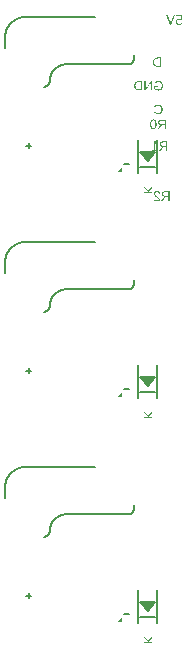
<source format=gbo>
G04 EAGLE Gerber RS-274X export*
G75*
%MOMM*%
%FSLAX34Y34*%
%LPD*%
%INSilkscreen Bottom*%
%IPPOS*%
%AMOC8*
5,1,8,0,0,1.08239X$1,22.5*%
G01*
G04 Define Apertures*
%ADD10C,0.127000*%
G36*
X86403Y251424D02*
X86083Y251435D01*
X85781Y251469D01*
X85497Y251525D01*
X85231Y251603D01*
X84982Y251704D01*
X84752Y251827D01*
X84540Y251973D01*
X84345Y252141D01*
X84171Y252328D01*
X84021Y252532D01*
X83893Y252753D01*
X83789Y252991D01*
X83708Y253245D01*
X83650Y253515D01*
X83615Y253803D01*
X83603Y254106D01*
X83614Y254374D01*
X83646Y254629D01*
X83701Y254871D01*
X83776Y255100D01*
X83873Y255317D01*
X83992Y255520D01*
X84133Y255710D01*
X84295Y255887D01*
X84475Y256047D01*
X84670Y256186D01*
X84880Y256304D01*
X85105Y256400D01*
X85344Y256474D01*
X85598Y256528D01*
X85867Y256560D01*
X86151Y256570D01*
X86390Y256563D01*
X86618Y256539D01*
X86837Y256500D01*
X87046Y256444D01*
X87245Y256374D01*
X87433Y256287D01*
X87612Y256185D01*
X87781Y256066D01*
X87630Y258570D01*
X84062Y258570D01*
X84062Y259426D01*
X88548Y259426D01*
X88811Y255182D01*
X87826Y255182D01*
X87649Y255324D01*
X87473Y255445D01*
X87296Y255543D01*
X87120Y255618D01*
X86940Y255675D01*
X86753Y255715D01*
X86559Y255739D01*
X86358Y255747D01*
X86167Y255740D01*
X85987Y255718D01*
X85816Y255683D01*
X85655Y255632D01*
X85504Y255568D01*
X85364Y255489D01*
X85233Y255396D01*
X85112Y255288D01*
X85004Y255169D01*
X84910Y255041D01*
X84831Y254903D01*
X84766Y254757D01*
X84715Y254602D01*
X84679Y254439D01*
X84658Y254266D01*
X84650Y254084D01*
X84658Y253876D01*
X84679Y253679D01*
X84715Y253493D01*
X84765Y253319D01*
X84830Y253156D01*
X84909Y253005D01*
X85002Y252865D01*
X85110Y252737D01*
X85230Y252622D01*
X85361Y252523D01*
X85504Y252439D01*
X85657Y252370D01*
X85821Y252316D01*
X85997Y252278D01*
X86183Y252255D01*
X86381Y252247D01*
X86696Y252265D01*
X86979Y252320D01*
X87231Y252412D01*
X87452Y252540D01*
X87641Y252704D01*
X87799Y252906D01*
X87926Y253143D01*
X88022Y253418D01*
X89041Y253300D01*
X88988Y253079D01*
X88920Y252871D01*
X88836Y252676D01*
X88737Y252495D01*
X88622Y252327D01*
X88492Y252173D01*
X88346Y252033D01*
X88184Y251906D01*
X88008Y251793D01*
X87819Y251695D01*
X87616Y251612D01*
X87400Y251544D01*
X87171Y251492D01*
X86928Y251454D01*
X86672Y251432D01*
X86403Y251424D01*
G37*
G36*
X79855Y251536D02*
X78746Y251536D01*
X75526Y259426D01*
X76651Y259426D01*
X78824Y253871D01*
X79295Y252477D01*
X79765Y253871D01*
X81949Y259426D01*
X83075Y259426D01*
X79855Y251536D01*
G37*
G36*
X71059Y215936D02*
X68108Y215936D01*
X67827Y215944D01*
X67554Y215966D01*
X67289Y216005D01*
X67033Y216058D01*
X66785Y216126D01*
X66546Y216210D01*
X66315Y216309D01*
X66092Y216423D01*
X65880Y216552D01*
X65680Y216694D01*
X65493Y216849D01*
X65318Y217017D01*
X65155Y217200D01*
X65005Y217395D01*
X64868Y217604D01*
X64742Y217826D01*
X64631Y218060D01*
X64534Y218303D01*
X64452Y218556D01*
X64385Y218818D01*
X64333Y219090D01*
X64296Y219371D01*
X64274Y219662D01*
X64266Y219962D01*
X64283Y220413D01*
X64335Y220836D01*
X64420Y221233D01*
X64539Y221604D01*
X64692Y221948D01*
X64879Y222266D01*
X65100Y222557D01*
X65356Y222821D01*
X65642Y223057D01*
X65957Y223261D01*
X66301Y223434D01*
X66674Y223575D01*
X67075Y223685D01*
X67504Y223764D01*
X67963Y223811D01*
X68450Y223826D01*
X71059Y223826D01*
X71059Y215936D01*
G37*
%LPC*%
G36*
X69990Y216793D02*
X69990Y222970D01*
X68472Y222970D01*
X68102Y222958D01*
X67755Y222921D01*
X67431Y222861D01*
X67129Y222777D01*
X66849Y222669D01*
X66592Y222536D01*
X66357Y222380D01*
X66145Y222200D01*
X65957Y221996D01*
X65794Y221771D01*
X65656Y221524D01*
X65543Y221255D01*
X65455Y220965D01*
X65392Y220652D01*
X65354Y220318D01*
X65342Y219962D01*
X65364Y219491D01*
X65430Y219052D01*
X65540Y218646D01*
X65694Y218271D01*
X65890Y217934D01*
X66124Y217638D01*
X66395Y217385D01*
X66705Y217174D01*
X67047Y217007D01*
X67416Y216888D01*
X67810Y216817D01*
X68231Y216793D01*
X69990Y216793D01*
G37*
%LPD*%
G36*
X55172Y195936D02*
X52221Y195936D01*
X51939Y195944D01*
X51666Y195966D01*
X51402Y196005D01*
X51145Y196058D01*
X50898Y196126D01*
X50658Y196210D01*
X50427Y196309D01*
X50205Y196423D01*
X49992Y196552D01*
X49793Y196694D01*
X49605Y196849D01*
X49430Y197017D01*
X49268Y197200D01*
X49118Y197395D01*
X48980Y197604D01*
X48855Y197826D01*
X48743Y198060D01*
X48647Y198303D01*
X48565Y198556D01*
X48498Y198818D01*
X48446Y199090D01*
X48409Y199371D01*
X48386Y199662D01*
X48379Y199962D01*
X48396Y200413D01*
X48447Y200836D01*
X48532Y201233D01*
X48651Y201604D01*
X48804Y201948D01*
X48992Y202266D01*
X49213Y202557D01*
X49468Y202821D01*
X49755Y203057D01*
X50070Y203261D01*
X50414Y203434D01*
X50786Y203575D01*
X51187Y203685D01*
X51617Y203764D01*
X52075Y203811D01*
X52562Y203826D01*
X55172Y203826D01*
X55172Y195936D01*
G37*
%LPC*%
G36*
X54102Y196793D02*
X54102Y202970D01*
X52585Y202970D01*
X52215Y202958D01*
X51868Y202921D01*
X51543Y202861D01*
X51241Y202777D01*
X50962Y202669D01*
X50705Y202536D01*
X50470Y202380D01*
X50258Y202200D01*
X50069Y201996D01*
X49906Y201771D01*
X49768Y201524D01*
X49655Y201255D01*
X49567Y200965D01*
X49504Y200652D01*
X49467Y200318D01*
X49454Y199962D01*
X49476Y199491D01*
X49542Y199052D01*
X49653Y198646D01*
X49807Y198271D01*
X50002Y197934D01*
X50236Y197638D01*
X50508Y197385D01*
X50818Y197174D01*
X51160Y197007D01*
X51528Y196888D01*
X51923Y196817D01*
X52344Y196793D01*
X54102Y196793D01*
G37*
%LPD*%
G36*
X58335Y195936D02*
X57047Y195936D01*
X57047Y203826D01*
X58010Y203826D01*
X58010Y198652D01*
X57993Y198008D01*
X57943Y197062D01*
X62210Y203826D01*
X63453Y203826D01*
X63453Y195936D01*
X62501Y195936D01*
X62501Y201178D01*
X62529Y202113D01*
X62557Y202656D01*
X58335Y195936D01*
G37*
G36*
X68747Y195824D02*
X68225Y195846D01*
X67722Y195912D01*
X67238Y196021D01*
X66773Y196174D01*
X66336Y196367D01*
X65934Y196596D01*
X65567Y196861D01*
X65236Y197162D01*
X65236Y199884D01*
X68579Y199884D01*
X68579Y198988D01*
X66222Y198988D01*
X66222Y197566D01*
X66445Y197374D01*
X66700Y197204D01*
X66987Y197055D01*
X67305Y196927D01*
X67646Y196824D01*
X68000Y196751D01*
X68367Y196707D01*
X68747Y196692D01*
X69077Y196706D01*
X69388Y196746D01*
X69681Y196814D01*
X69955Y196908D01*
X70212Y197030D01*
X70449Y197179D01*
X70669Y197354D01*
X70870Y197557D01*
X71049Y197783D01*
X71205Y198029D01*
X71337Y198295D01*
X71445Y198580D01*
X71529Y198885D01*
X71589Y199209D01*
X71625Y199554D01*
X71637Y199918D01*
X71626Y200282D01*
X71592Y200626D01*
X71535Y200948D01*
X71456Y201250D01*
X71355Y201530D01*
X71230Y201789D01*
X71084Y202027D01*
X70914Y202244D01*
X70724Y202438D01*
X70513Y202606D01*
X70282Y202748D01*
X70031Y202864D01*
X69760Y202954D01*
X69469Y203019D01*
X69157Y203057D01*
X68826Y203070D01*
X68404Y203051D01*
X68019Y202993D01*
X67669Y202897D01*
X67356Y202762D01*
X67076Y202586D01*
X66829Y202363D01*
X66613Y202096D01*
X66429Y201782D01*
X65410Y202085D01*
X65526Y202320D01*
X65654Y202539D01*
X65794Y202741D01*
X65946Y202926D01*
X66109Y203095D01*
X66284Y203247D01*
X66471Y203383D01*
X66670Y203502D01*
X66882Y203605D01*
X67109Y203695D01*
X67352Y203771D01*
X67610Y203833D01*
X67884Y203882D01*
X68173Y203916D01*
X68478Y203937D01*
X68798Y203944D01*
X69251Y203928D01*
X69678Y203878D01*
X70079Y203796D01*
X70454Y203681D01*
X70803Y203533D01*
X71125Y203352D01*
X71422Y203138D01*
X71693Y202891D01*
X71934Y202614D01*
X72144Y202311D01*
X72321Y201980D01*
X72466Y201621D01*
X72578Y201236D01*
X72659Y200824D01*
X72707Y200384D01*
X72723Y199918D01*
X72716Y199609D01*
X72694Y199311D01*
X72657Y199023D01*
X72605Y198745D01*
X72538Y198478D01*
X72457Y198220D01*
X72361Y197973D01*
X72250Y197736D01*
X72125Y197511D01*
X71987Y197300D01*
X71836Y197102D01*
X71671Y196918D01*
X71493Y196747D01*
X71302Y196590D01*
X71098Y196447D01*
X70881Y196317D01*
X70652Y196201D01*
X70411Y196101D01*
X70161Y196016D01*
X69899Y195947D01*
X69627Y195893D01*
X69345Y195855D01*
X69051Y195832D01*
X68747Y195824D01*
G37*
G36*
X68670Y175824D02*
X68384Y175832D01*
X68106Y175857D01*
X67837Y175899D01*
X67576Y175957D01*
X67325Y176032D01*
X67082Y176123D01*
X66849Y176231D01*
X66624Y176356D01*
X66409Y176497D01*
X66207Y176652D01*
X66018Y176824D01*
X65840Y177010D01*
X65675Y177211D01*
X65523Y177428D01*
X65382Y177660D01*
X65254Y177907D01*
X66128Y178344D01*
X66350Y177959D01*
X66597Y177626D01*
X66870Y177344D01*
X67168Y177113D01*
X67493Y176934D01*
X67843Y176806D01*
X68027Y176761D01*
X68219Y176729D01*
X68416Y176710D01*
X68620Y176703D01*
X68935Y176717D01*
X69233Y176758D01*
X69515Y176827D01*
X69780Y176924D01*
X70028Y177048D01*
X70260Y177199D01*
X70474Y177378D01*
X70672Y177585D01*
X70850Y177815D01*
X71004Y178062D01*
X71135Y178327D01*
X71242Y178609D01*
X71325Y178910D01*
X71384Y179228D01*
X71419Y179564D01*
X71431Y179918D01*
X71420Y180275D01*
X71386Y180612D01*
X71329Y180930D01*
X71249Y181229D01*
X71147Y181508D01*
X71022Y181767D01*
X70874Y182007D01*
X70703Y182228D01*
X70512Y182425D01*
X70303Y182596D01*
X70075Y182741D01*
X69830Y182860D01*
X69566Y182952D01*
X69284Y183018D01*
X68983Y183057D01*
X68665Y183070D01*
X68262Y183048D01*
X67887Y182979D01*
X67541Y182866D01*
X67223Y182706D01*
X66940Y182504D01*
X66699Y182261D01*
X66499Y181978D01*
X66341Y181654D01*
X65327Y181990D01*
X65434Y182224D01*
X65554Y182444D01*
X65688Y182649D01*
X65837Y182839D01*
X65999Y183015D01*
X66176Y183175D01*
X66366Y183321D01*
X66570Y183451D01*
X66788Y183567D01*
X67019Y183667D01*
X67263Y183751D01*
X67520Y183821D01*
X67789Y183875D01*
X68072Y183913D01*
X68368Y183936D01*
X68676Y183944D01*
X69115Y183927D01*
X69529Y183877D01*
X69918Y183794D01*
X70283Y183677D01*
X70624Y183526D01*
X70940Y183342D01*
X71231Y183125D01*
X71498Y182874D01*
X71737Y182594D01*
X71944Y182288D01*
X72120Y181957D01*
X72263Y181600D01*
X72374Y181218D01*
X72454Y180810D01*
X72502Y180377D01*
X72518Y179918D01*
X72511Y179608D01*
X72489Y179309D01*
X72453Y179020D01*
X72404Y178742D01*
X72339Y178475D01*
X72261Y178218D01*
X72168Y177972D01*
X72061Y177736D01*
X71941Y177513D01*
X71807Y177302D01*
X71661Y177105D01*
X71501Y176922D01*
X71329Y176751D01*
X71144Y176594D01*
X70945Y176450D01*
X70734Y176320D01*
X70511Y176203D01*
X70279Y176103D01*
X70036Y176018D01*
X69783Y175948D01*
X69520Y175894D01*
X69247Y175855D01*
X68964Y175832D01*
X68670Y175824D01*
G37*
G36*
X64644Y163224D02*
X64314Y163240D01*
X64005Y163289D01*
X63716Y163370D01*
X63449Y163484D01*
X63202Y163631D01*
X62976Y163810D01*
X62770Y164021D01*
X62586Y164266D01*
X62422Y164541D01*
X62281Y164845D01*
X62161Y165178D01*
X62063Y165541D01*
X61986Y165933D01*
X61932Y166354D01*
X61899Y166804D01*
X61888Y167284D01*
X61899Y167771D01*
X61930Y168228D01*
X61982Y168653D01*
X62054Y169048D01*
X62148Y169412D01*
X62262Y169745D01*
X62396Y170048D01*
X62552Y170319D01*
X62729Y170559D01*
X62929Y170768D01*
X63152Y170944D01*
X63398Y171088D01*
X63667Y171200D01*
X63958Y171280D01*
X64273Y171328D01*
X64610Y171344D01*
X64956Y171328D01*
X65279Y171281D01*
X65577Y171201D01*
X65851Y171091D01*
X66101Y170948D01*
X66327Y170774D01*
X66529Y170568D01*
X66707Y170330D01*
X66863Y170061D01*
X66998Y169760D01*
X67112Y169427D01*
X67205Y169062D01*
X67277Y168665D01*
X67329Y168237D01*
X67360Y167776D01*
X67371Y167284D01*
X67360Y166802D01*
X67328Y166349D01*
X67275Y165927D01*
X67200Y165534D01*
X67104Y165171D01*
X66986Y164837D01*
X66848Y164534D01*
X66688Y164260D01*
X66506Y164017D01*
X66304Y163807D01*
X66080Y163629D01*
X65835Y163483D01*
X65569Y163370D01*
X65282Y163289D01*
X64973Y163240D01*
X64644Y163224D01*
G37*
%LPC*%
G36*
X64632Y164047D02*
X64849Y164059D01*
X65050Y164096D01*
X65236Y164157D01*
X65407Y164242D01*
X65563Y164351D01*
X65704Y164485D01*
X65830Y164643D01*
X65940Y164826D01*
X66036Y165034D01*
X66120Y165271D01*
X66191Y165536D01*
X66249Y165829D01*
X66294Y166151D01*
X66326Y166500D01*
X66345Y166878D01*
X66352Y167284D01*
X66345Y167701D01*
X66326Y168088D01*
X66294Y168445D01*
X66250Y168771D01*
X66193Y169066D01*
X66123Y169331D01*
X66041Y169566D01*
X65946Y169770D01*
X65836Y169948D01*
X65710Y170101D01*
X65567Y170231D01*
X65409Y170337D01*
X65234Y170420D01*
X65042Y170479D01*
X64834Y170515D01*
X64610Y170526D01*
X64391Y170514D01*
X64188Y170478D01*
X64002Y170418D01*
X63831Y170335D01*
X63676Y170227D01*
X63537Y170095D01*
X63415Y169939D01*
X63308Y169759D01*
X63215Y169553D01*
X63135Y169317D01*
X63067Y169051D01*
X63012Y168757D01*
X62969Y168433D01*
X62938Y168079D01*
X62919Y167696D01*
X62913Y167284D01*
X62920Y166886D01*
X62939Y166514D01*
X62971Y166169D01*
X63017Y165850D01*
X63075Y165558D01*
X63146Y165293D01*
X63230Y165054D01*
X63328Y164842D01*
X63439Y164656D01*
X63565Y164494D01*
X63705Y164358D01*
X63861Y164246D01*
X64032Y164159D01*
X64217Y164097D01*
X64417Y164060D01*
X64632Y164047D01*
G37*
%LPD*%
G36*
X69582Y163336D02*
X68350Y163336D01*
X69636Y165288D01*
X70590Y166735D01*
X70370Y166781D01*
X70163Y166841D01*
X69968Y166915D01*
X69785Y167003D01*
X69686Y167062D01*
X69615Y167104D01*
X69456Y167219D01*
X69310Y167348D01*
X69176Y167491D01*
X69056Y167645D01*
X68951Y167808D01*
X68863Y167980D01*
X68791Y168160D01*
X68735Y168350D01*
X68695Y168547D01*
X68671Y168754D01*
X68663Y168970D01*
X68675Y169228D01*
X68709Y169472D01*
X68765Y169702D01*
X68845Y169917D01*
X68947Y170117D01*
X69071Y170303D01*
X69218Y170474D01*
X69388Y170630D01*
X69579Y170770D01*
X69789Y170891D01*
X70018Y170993D01*
X70266Y171077D01*
X70532Y171142D01*
X70818Y171189D01*
X71123Y171217D01*
X71446Y171226D01*
X75159Y171226D01*
X75159Y163336D01*
X74090Y163336D01*
X74090Y166612D01*
X71631Y166612D01*
X69582Y163336D01*
G37*
%LPC*%
G36*
X74090Y167458D02*
X74090Y170370D01*
X71553Y170370D01*
X71139Y170347D01*
X70777Y170279D01*
X70466Y170166D01*
X70329Y170093D01*
X70206Y170008D01*
X70096Y169913D01*
X70001Y169807D01*
X69921Y169691D01*
X69855Y169565D01*
X69804Y169429D01*
X69768Y169282D01*
X69746Y169125D01*
X69738Y168958D01*
X69746Y168786D01*
X69767Y168623D01*
X69803Y168469D01*
X69854Y168326D01*
X69919Y168193D01*
X69998Y168070D01*
X70092Y167956D01*
X70200Y167852D01*
X70322Y167760D01*
X70455Y167680D01*
X70601Y167612D01*
X70758Y167556D01*
X70928Y167513D01*
X71109Y167482D01*
X71303Y167464D01*
X71508Y167458D01*
X74090Y167458D01*
G37*
%LPD*%
G36*
X70982Y144836D02*
X69750Y144836D01*
X71036Y146788D01*
X71990Y148235D01*
X71770Y148281D01*
X71563Y148341D01*
X71368Y148415D01*
X71185Y148503D01*
X71086Y148562D01*
X71015Y148604D01*
X70856Y148719D01*
X70710Y148848D01*
X70576Y148991D01*
X70456Y149145D01*
X70351Y149308D01*
X70263Y149480D01*
X70191Y149660D01*
X70135Y149850D01*
X70095Y150047D01*
X70071Y150254D01*
X70063Y150470D01*
X70075Y150728D01*
X70109Y150972D01*
X70165Y151202D01*
X70245Y151417D01*
X70347Y151617D01*
X70471Y151803D01*
X70618Y151974D01*
X70788Y152130D01*
X70979Y152270D01*
X71189Y152391D01*
X71418Y152493D01*
X71666Y152577D01*
X71932Y152642D01*
X72218Y152689D01*
X72523Y152717D01*
X72846Y152726D01*
X76559Y152726D01*
X76559Y144836D01*
X75490Y144836D01*
X75490Y148112D01*
X73031Y148112D01*
X70982Y144836D01*
G37*
%LPC*%
G36*
X75490Y148958D02*
X75490Y151870D01*
X72953Y151870D01*
X72539Y151847D01*
X72177Y151779D01*
X71866Y151666D01*
X71729Y151593D01*
X71606Y151508D01*
X71496Y151413D01*
X71401Y151307D01*
X71321Y151191D01*
X71255Y151065D01*
X71204Y150929D01*
X71168Y150782D01*
X71146Y150625D01*
X71138Y150458D01*
X71146Y150286D01*
X71167Y150123D01*
X71203Y149969D01*
X71254Y149826D01*
X71319Y149693D01*
X71398Y149570D01*
X71492Y149456D01*
X71600Y149352D01*
X71722Y149260D01*
X71855Y149180D01*
X72001Y149112D01*
X72158Y149056D01*
X72328Y149013D01*
X72509Y148982D01*
X72703Y148964D01*
X72908Y148958D01*
X75490Y148958D01*
G37*
%LPD*%
G36*
X68345Y144836D02*
X63400Y144836D01*
X63400Y145693D01*
X65321Y145693D01*
X65321Y152726D01*
X66251Y152726D01*
X68116Y151444D01*
X68116Y150492D01*
X66335Y151763D01*
X66335Y145693D01*
X68345Y145693D01*
X68345Y144836D01*
G37*
G36*
X72682Y102636D02*
X71450Y102636D01*
X72736Y104588D01*
X73690Y106035D01*
X73470Y106081D01*
X73263Y106141D01*
X73068Y106215D01*
X72885Y106303D01*
X72786Y106362D01*
X72715Y106404D01*
X72556Y106519D01*
X72410Y106648D01*
X72276Y106791D01*
X72156Y106945D01*
X72051Y107108D01*
X71963Y107280D01*
X71891Y107460D01*
X71835Y107650D01*
X71795Y107847D01*
X71771Y108054D01*
X71763Y108270D01*
X71775Y108528D01*
X71809Y108772D01*
X71865Y109002D01*
X71945Y109217D01*
X72047Y109417D01*
X72171Y109603D01*
X72318Y109774D01*
X72488Y109930D01*
X72679Y110070D01*
X72889Y110191D01*
X73118Y110293D01*
X73366Y110377D01*
X73632Y110442D01*
X73918Y110489D01*
X74223Y110517D01*
X74546Y110526D01*
X78259Y110526D01*
X78259Y102636D01*
X77190Y102636D01*
X77190Y105912D01*
X74731Y105912D01*
X72682Y102636D01*
G37*
%LPC*%
G36*
X77190Y106758D02*
X77190Y109670D01*
X74653Y109670D01*
X74239Y109647D01*
X73877Y109579D01*
X73566Y109466D01*
X73429Y109393D01*
X73306Y109308D01*
X73196Y109213D01*
X73101Y109107D01*
X73021Y108991D01*
X72955Y108865D01*
X72904Y108729D01*
X72868Y108582D01*
X72846Y108425D01*
X72838Y108258D01*
X72846Y108086D01*
X72867Y107923D01*
X72903Y107769D01*
X72954Y107626D01*
X73019Y107493D01*
X73098Y107370D01*
X73192Y107256D01*
X73300Y107152D01*
X73422Y107060D01*
X73555Y106980D01*
X73701Y106912D01*
X73858Y106856D01*
X74028Y106813D01*
X74209Y106782D01*
X74403Y106764D01*
X74608Y106758D01*
X77190Y106758D01*
G37*
%LPD*%
G36*
X70342Y102636D02*
X65117Y102636D01*
X65117Y103493D01*
X69233Y103493D01*
X69136Y103691D01*
X69012Y103892D01*
X68861Y104098D01*
X68684Y104308D01*
X68238Y104756D01*
X67660Y105257D01*
X66678Y106084D01*
X66329Y106404D01*
X66075Y106662D01*
X65880Y106889D01*
X65712Y107116D01*
X65568Y107343D01*
X65450Y107570D01*
X65359Y107797D01*
X65293Y108025D01*
X65254Y108253D01*
X65240Y108482D01*
X65250Y108734D01*
X65280Y108971D01*
X65331Y109193D01*
X65401Y109400D01*
X65491Y109593D01*
X65601Y109770D01*
X65731Y109933D01*
X65882Y110081D01*
X66051Y110213D01*
X66237Y110327D01*
X66440Y110424D01*
X66661Y110503D01*
X66899Y110565D01*
X67154Y110609D01*
X67426Y110635D01*
X67716Y110644D01*
X67981Y110635D01*
X68234Y110609D01*
X68475Y110565D01*
X68703Y110504D01*
X68919Y110425D01*
X69123Y110329D01*
X69315Y110215D01*
X69494Y110084D01*
X69657Y109938D01*
X69803Y109780D01*
X69931Y109610D01*
X70040Y109427D01*
X70132Y109233D01*
X70205Y109027D01*
X70260Y108808D01*
X70297Y108578D01*
X69267Y108482D01*
X69209Y108781D01*
X69108Y109044D01*
X68964Y109272D01*
X68777Y109465D01*
X68554Y109618D01*
X68303Y109728D01*
X68023Y109793D01*
X67716Y109815D01*
X67395Y109793D01*
X67112Y109726D01*
X66866Y109614D01*
X66657Y109457D01*
X66491Y109259D01*
X66372Y109026D01*
X66300Y108755D01*
X66276Y108449D01*
X66290Y108214D01*
X66332Y107992D01*
X66401Y107783D01*
X66498Y107586D01*
X66617Y107398D01*
X66753Y107214D01*
X67077Y106858D01*
X67457Y106511D01*
X67881Y106164D01*
X68328Y105802D01*
X68780Y105411D01*
X69223Y104981D01*
X69645Y104504D01*
X69843Y104243D01*
X70025Y103964D01*
X70191Y103665D01*
X70342Y103347D01*
X70342Y102636D01*
G37*
G36*
X63538Y108807D02*
X56250Y108807D01*
X56250Y109795D01*
X59043Y109795D01*
X59767Y110746D01*
X56250Y113659D01*
X56250Y114884D01*
X60373Y111367D01*
X63538Y114471D01*
X63538Y113307D01*
X59886Y109795D01*
X63538Y109795D01*
X63538Y108807D01*
G37*
G36*
X63538Y-81694D02*
X56250Y-81694D01*
X56250Y-80706D01*
X59043Y-80706D01*
X59767Y-79754D01*
X56250Y-76841D01*
X56250Y-75616D01*
X60373Y-79133D01*
X63538Y-76029D01*
X63538Y-77193D01*
X59886Y-80706D01*
X63538Y-80706D01*
X63538Y-81694D01*
G37*
G36*
X63538Y-272194D02*
X56250Y-272194D01*
X56250Y-271206D01*
X59043Y-271206D01*
X59767Y-270254D01*
X56250Y-267341D01*
X56250Y-266116D01*
X60373Y-269633D01*
X63538Y-266529D01*
X63538Y-267693D01*
X59886Y-271206D01*
X63538Y-271206D01*
X63538Y-272194D01*
G37*
G36*
X38299Y-254300D02*
X33699Y-254300D01*
X38299Y-249700D01*
X38299Y-254300D01*
G37*
G36*
X38299Y-63800D02*
X33699Y-63800D01*
X38299Y-59200D01*
X38299Y-63800D01*
G37*
G36*
X38299Y126700D02*
X33699Y126700D01*
X38299Y131300D01*
X38299Y126700D01*
G37*
D10*
X52000Y154000D02*
X52000Y126000D01*
X68000Y126000D02*
X68000Y154000D01*
X66350Y143810D02*
X60000Y136190D01*
X65080Y143810D02*
X66350Y143810D01*
X65080Y143810D02*
X63810Y143810D01*
X53650Y143810D01*
X60000Y136190D01*
X65080Y143810D01*
X54920Y142540D01*
X60000Y137460D01*
X63810Y143810D01*
X56190Y142540D01*
X60000Y138730D01*
X62540Y142540D01*
X61270Y142540D01*
X57460Y142540D01*
X58730Y141270D01*
X60000Y140000D01*
X61270Y142540D01*
X58730Y141270D01*
X60000Y141270D01*
X66350Y131110D02*
X53650Y131110D01*
X52000Y-36500D02*
X52000Y-64500D01*
X68000Y-64500D02*
X68000Y-36500D01*
X66350Y-46690D02*
X60000Y-54310D01*
X65080Y-46690D02*
X66350Y-46690D01*
X65080Y-46690D02*
X63810Y-46690D01*
X53650Y-46690D01*
X60000Y-54310D01*
X65080Y-46690D01*
X54920Y-47960D01*
X60000Y-53040D01*
X63810Y-46690D01*
X56190Y-47960D01*
X60000Y-51770D01*
X62540Y-47960D01*
X61270Y-47960D01*
X57460Y-47960D01*
X58730Y-49230D01*
X60000Y-50500D01*
X61270Y-47960D01*
X58730Y-49230D01*
X60000Y-49230D01*
X66350Y-59390D02*
X53650Y-59390D01*
X52000Y-227000D02*
X52000Y-255000D01*
X68000Y-255000D02*
X68000Y-227000D01*
X66350Y-237190D02*
X60000Y-244810D01*
X65080Y-237190D02*
X66350Y-237190D01*
X65080Y-237190D02*
X63810Y-237190D01*
X53650Y-237190D01*
X60000Y-244810D01*
X65080Y-237190D01*
X54920Y-238460D01*
X60000Y-243540D01*
X63810Y-237190D01*
X56190Y-238460D01*
X60000Y-242270D01*
X62540Y-238460D01*
X61270Y-238460D01*
X57460Y-238460D01*
X58730Y-239730D01*
X60000Y-241000D01*
X61270Y-238460D01*
X58730Y-239730D01*
X60000Y-239730D01*
X66350Y-249890D02*
X53650Y-249890D01*
X15400Y258050D02*
X-44100Y258050D01*
X-44505Y258045D01*
X-44909Y258030D01*
X-45313Y258006D01*
X-45717Y257972D01*
X-46119Y257928D01*
X-46520Y257874D01*
X-46920Y257811D01*
X-47318Y257738D01*
X-47714Y257655D01*
X-48109Y257563D01*
X-48500Y257462D01*
X-48890Y257351D01*
X-49276Y257230D01*
X-49659Y257100D01*
X-50040Y256962D01*
X-50416Y256813D01*
X-50789Y256656D01*
X-51158Y256490D01*
X-51523Y256315D01*
X-51884Y256131D01*
X-52240Y255939D01*
X-52592Y255738D01*
X-52938Y255529D01*
X-53279Y255311D01*
X-53615Y255085D01*
X-53945Y254851D01*
X-54270Y254609D01*
X-54589Y254360D01*
X-54901Y254102D01*
X-55207Y253838D01*
X-55507Y253566D01*
X-55800Y253286D01*
X-56086Y253000D01*
X-56366Y252707D01*
X-56638Y252407D01*
X-56902Y252101D01*
X-57160Y251789D01*
X-57409Y251470D01*
X-57651Y251145D01*
X-57885Y250815D01*
X-58111Y250479D01*
X-58329Y250138D01*
X-58538Y249792D01*
X-58739Y249440D01*
X-58931Y249084D01*
X-59115Y248723D01*
X-59290Y248358D01*
X-59456Y247989D01*
X-59613Y247616D01*
X-59762Y247240D01*
X-59900Y246859D01*
X-60030Y246476D01*
X-60151Y246090D01*
X-60262Y245700D01*
X-60363Y245309D01*
X-60455Y244914D01*
X-60538Y244518D01*
X-60611Y244120D01*
X-60674Y243720D01*
X-60728Y243319D01*
X-60772Y242917D01*
X-60806Y242513D01*
X-60830Y242109D01*
X-60845Y241705D01*
X-60850Y241300D01*
X-60850Y231600D01*
X-28100Y199150D02*
X-27960Y199152D01*
X-27820Y199158D01*
X-27680Y199168D01*
X-27540Y199181D01*
X-27401Y199199D01*
X-27262Y199221D01*
X-27125Y199246D01*
X-26987Y199275D01*
X-26851Y199308D01*
X-26716Y199345D01*
X-26582Y199386D01*
X-26449Y199431D01*
X-26317Y199479D01*
X-26187Y199531D01*
X-26058Y199586D01*
X-25931Y199645D01*
X-25805Y199708D01*
X-25681Y199774D01*
X-25560Y199843D01*
X-25440Y199916D01*
X-25322Y199993D01*
X-25207Y200072D01*
X-25093Y200155D01*
X-24983Y200241D01*
X-24874Y200330D01*
X-24768Y200422D01*
X-24665Y200517D01*
X-24564Y200614D01*
X-24467Y200715D01*
X-24372Y200818D01*
X-24280Y200924D01*
X-24191Y201033D01*
X-24105Y201143D01*
X-24022Y201257D01*
X-23943Y201372D01*
X-23866Y201490D01*
X-23793Y201610D01*
X-23724Y201731D01*
X-23658Y201855D01*
X-23595Y201981D01*
X-23536Y202108D01*
X-23481Y202237D01*
X-23429Y202367D01*
X-23381Y202499D01*
X-23336Y202632D01*
X-23295Y202766D01*
X-23258Y202901D01*
X-23225Y203037D01*
X-23196Y203175D01*
X-23171Y203312D01*
X-23149Y203451D01*
X-23131Y203590D01*
X-23118Y203730D01*
X-23108Y203870D01*
X-23102Y204010D01*
X-23100Y204150D01*
X-23096Y204486D01*
X-23084Y204822D01*
X-23063Y205157D01*
X-23035Y205492D01*
X-22999Y205825D01*
X-22954Y206158D01*
X-22902Y206490D01*
X-22841Y206821D01*
X-22773Y207149D01*
X-22696Y207476D01*
X-22612Y207802D01*
X-22520Y208125D01*
X-22420Y208445D01*
X-22312Y208764D01*
X-22197Y209079D01*
X-22074Y209392D01*
X-21943Y209701D01*
X-21806Y210007D01*
X-21660Y210310D01*
X-21508Y210610D01*
X-21348Y210905D01*
X-21181Y211197D01*
X-21008Y211484D01*
X-20827Y211767D01*
X-20639Y212046D01*
X-20445Y212320D01*
X-20245Y212590D01*
X-20037Y212854D01*
X-19824Y213113D01*
X-19604Y213367D01*
X-19379Y213616D01*
X-19147Y213859D01*
X-18909Y214097D01*
X-18666Y214329D01*
X-18417Y214554D01*
X-18163Y214774D01*
X-17904Y214987D01*
X-17640Y215195D01*
X-17370Y215395D01*
X-17096Y215589D01*
X-16817Y215777D01*
X-16534Y215958D01*
X-16247Y216131D01*
X-15955Y216298D01*
X-15660Y216458D01*
X-15360Y216610D01*
X-15057Y216756D01*
X-14751Y216893D01*
X-14442Y217024D01*
X-14129Y217147D01*
X-13814Y217262D01*
X-13495Y217370D01*
X-13175Y217470D01*
X-12852Y217562D01*
X-12526Y217646D01*
X-12199Y217723D01*
X-11871Y217791D01*
X-11540Y217852D01*
X-11208Y217904D01*
X-10875Y217949D01*
X-10542Y217985D01*
X-10207Y218013D01*
X-9872Y218034D01*
X-9536Y218046D01*
X-9200Y218050D01*
X43150Y218050D01*
X43290Y218052D01*
X43430Y218058D01*
X43570Y218068D01*
X43710Y218081D01*
X43849Y218099D01*
X43988Y218121D01*
X44125Y218146D01*
X44263Y218175D01*
X44399Y218208D01*
X44534Y218245D01*
X44668Y218286D01*
X44801Y218331D01*
X44933Y218379D01*
X45063Y218431D01*
X45192Y218486D01*
X45319Y218545D01*
X45445Y218608D01*
X45569Y218674D01*
X45690Y218743D01*
X45810Y218816D01*
X45928Y218893D01*
X46043Y218972D01*
X46157Y219055D01*
X46267Y219141D01*
X46376Y219230D01*
X46482Y219322D01*
X46585Y219417D01*
X46686Y219514D01*
X46783Y219615D01*
X46878Y219718D01*
X46970Y219824D01*
X47059Y219933D01*
X47145Y220043D01*
X47228Y220157D01*
X47307Y220272D01*
X47384Y220390D01*
X47457Y220510D01*
X47526Y220631D01*
X47592Y220755D01*
X47655Y220881D01*
X47714Y221008D01*
X47769Y221137D01*
X47821Y221267D01*
X47869Y221399D01*
X47914Y221532D01*
X47955Y221666D01*
X47992Y221801D01*
X48025Y221937D01*
X48054Y222075D01*
X48079Y222212D01*
X48101Y222351D01*
X48119Y222490D01*
X48132Y222630D01*
X48142Y222770D01*
X48148Y222910D01*
X48150Y223050D01*
X48150Y225600D01*
X15400Y67550D02*
X-44100Y67550D01*
X-44505Y67545D01*
X-44909Y67530D01*
X-45313Y67506D01*
X-45717Y67472D01*
X-46119Y67428D01*
X-46520Y67374D01*
X-46920Y67311D01*
X-47318Y67238D01*
X-47714Y67155D01*
X-48109Y67063D01*
X-48500Y66962D01*
X-48890Y66851D01*
X-49276Y66730D01*
X-49659Y66600D01*
X-50040Y66462D01*
X-50416Y66313D01*
X-50789Y66156D01*
X-51158Y65990D01*
X-51523Y65815D01*
X-51884Y65631D01*
X-52240Y65439D01*
X-52592Y65238D01*
X-52938Y65029D01*
X-53279Y64811D01*
X-53615Y64585D01*
X-53945Y64351D01*
X-54270Y64109D01*
X-54589Y63860D01*
X-54901Y63602D01*
X-55207Y63338D01*
X-55507Y63066D01*
X-55800Y62786D01*
X-56086Y62500D01*
X-56366Y62207D01*
X-56638Y61907D01*
X-56902Y61601D01*
X-57160Y61289D01*
X-57409Y60970D01*
X-57651Y60645D01*
X-57885Y60315D01*
X-58111Y59979D01*
X-58329Y59638D01*
X-58538Y59292D01*
X-58739Y58940D01*
X-58931Y58584D01*
X-59115Y58223D01*
X-59290Y57858D01*
X-59456Y57489D01*
X-59613Y57116D01*
X-59762Y56740D01*
X-59900Y56359D01*
X-60030Y55976D01*
X-60151Y55590D01*
X-60262Y55200D01*
X-60363Y54809D01*
X-60455Y54414D01*
X-60538Y54018D01*
X-60611Y53620D01*
X-60674Y53220D01*
X-60728Y52819D01*
X-60772Y52417D01*
X-60806Y52013D01*
X-60830Y51609D01*
X-60845Y51205D01*
X-60850Y50800D01*
X-60850Y41100D01*
X-28100Y8650D02*
X-27960Y8652D01*
X-27820Y8658D01*
X-27680Y8668D01*
X-27540Y8681D01*
X-27401Y8699D01*
X-27262Y8721D01*
X-27125Y8746D01*
X-26987Y8775D01*
X-26851Y8808D01*
X-26716Y8845D01*
X-26582Y8886D01*
X-26449Y8931D01*
X-26317Y8979D01*
X-26187Y9031D01*
X-26058Y9086D01*
X-25931Y9145D01*
X-25805Y9208D01*
X-25681Y9274D01*
X-25560Y9343D01*
X-25440Y9416D01*
X-25322Y9493D01*
X-25207Y9572D01*
X-25093Y9655D01*
X-24983Y9741D01*
X-24874Y9830D01*
X-24768Y9922D01*
X-24665Y10017D01*
X-24564Y10114D01*
X-24467Y10215D01*
X-24372Y10318D01*
X-24280Y10424D01*
X-24191Y10533D01*
X-24105Y10643D01*
X-24022Y10757D01*
X-23943Y10872D01*
X-23866Y10990D01*
X-23793Y11110D01*
X-23724Y11231D01*
X-23658Y11355D01*
X-23595Y11481D01*
X-23536Y11608D01*
X-23481Y11737D01*
X-23429Y11867D01*
X-23381Y11999D01*
X-23336Y12132D01*
X-23295Y12266D01*
X-23258Y12401D01*
X-23225Y12537D01*
X-23196Y12675D01*
X-23171Y12812D01*
X-23149Y12951D01*
X-23131Y13090D01*
X-23118Y13230D01*
X-23108Y13370D01*
X-23102Y13510D01*
X-23100Y13650D01*
X-23096Y13986D01*
X-23084Y14322D01*
X-23063Y14657D01*
X-23035Y14992D01*
X-22999Y15325D01*
X-22954Y15658D01*
X-22902Y15990D01*
X-22841Y16321D01*
X-22773Y16649D01*
X-22696Y16976D01*
X-22612Y17302D01*
X-22520Y17625D01*
X-22420Y17945D01*
X-22312Y18264D01*
X-22197Y18579D01*
X-22074Y18892D01*
X-21943Y19201D01*
X-21806Y19507D01*
X-21660Y19810D01*
X-21508Y20110D01*
X-21348Y20405D01*
X-21181Y20697D01*
X-21008Y20984D01*
X-20827Y21267D01*
X-20639Y21546D01*
X-20445Y21820D01*
X-20245Y22090D01*
X-20037Y22354D01*
X-19824Y22613D01*
X-19604Y22867D01*
X-19379Y23116D01*
X-19147Y23359D01*
X-18909Y23597D01*
X-18666Y23829D01*
X-18417Y24054D01*
X-18163Y24274D01*
X-17904Y24487D01*
X-17640Y24695D01*
X-17370Y24895D01*
X-17096Y25089D01*
X-16817Y25277D01*
X-16534Y25458D01*
X-16247Y25631D01*
X-15955Y25798D01*
X-15660Y25958D01*
X-15360Y26110D01*
X-15057Y26256D01*
X-14751Y26393D01*
X-14442Y26524D01*
X-14129Y26647D01*
X-13814Y26762D01*
X-13495Y26870D01*
X-13175Y26970D01*
X-12852Y27062D01*
X-12526Y27146D01*
X-12199Y27223D01*
X-11871Y27291D01*
X-11540Y27352D01*
X-11208Y27404D01*
X-10875Y27449D01*
X-10542Y27485D01*
X-10207Y27513D01*
X-9872Y27534D01*
X-9536Y27546D01*
X-9200Y27550D01*
X43150Y27550D01*
X43290Y27552D01*
X43430Y27558D01*
X43570Y27568D01*
X43710Y27581D01*
X43849Y27599D01*
X43988Y27621D01*
X44125Y27646D01*
X44263Y27675D01*
X44399Y27708D01*
X44534Y27745D01*
X44668Y27786D01*
X44801Y27831D01*
X44933Y27879D01*
X45063Y27931D01*
X45192Y27986D01*
X45319Y28045D01*
X45445Y28108D01*
X45569Y28174D01*
X45690Y28243D01*
X45810Y28316D01*
X45928Y28393D01*
X46043Y28472D01*
X46157Y28555D01*
X46267Y28641D01*
X46376Y28730D01*
X46482Y28822D01*
X46585Y28917D01*
X46686Y29014D01*
X46783Y29115D01*
X46878Y29218D01*
X46970Y29324D01*
X47059Y29433D01*
X47145Y29543D01*
X47228Y29657D01*
X47307Y29772D01*
X47384Y29890D01*
X47457Y30010D01*
X47526Y30131D01*
X47592Y30255D01*
X47655Y30381D01*
X47714Y30508D01*
X47769Y30637D01*
X47821Y30767D01*
X47869Y30899D01*
X47914Y31032D01*
X47955Y31166D01*
X47992Y31301D01*
X48025Y31437D01*
X48054Y31575D01*
X48079Y31712D01*
X48101Y31851D01*
X48119Y31990D01*
X48132Y32130D01*
X48142Y32270D01*
X48148Y32410D01*
X48150Y32550D01*
X48150Y35100D01*
X15400Y-122950D02*
X-44100Y-122950D01*
X-44505Y-122955D01*
X-44909Y-122970D01*
X-45313Y-122994D01*
X-45717Y-123028D01*
X-46119Y-123072D01*
X-46520Y-123126D01*
X-46920Y-123189D01*
X-47318Y-123262D01*
X-47714Y-123345D01*
X-48109Y-123437D01*
X-48500Y-123538D01*
X-48890Y-123649D01*
X-49276Y-123770D01*
X-49659Y-123900D01*
X-50040Y-124038D01*
X-50416Y-124187D01*
X-50789Y-124344D01*
X-51158Y-124510D01*
X-51523Y-124685D01*
X-51884Y-124869D01*
X-52240Y-125061D01*
X-52592Y-125262D01*
X-52938Y-125471D01*
X-53279Y-125689D01*
X-53615Y-125915D01*
X-53945Y-126149D01*
X-54270Y-126391D01*
X-54589Y-126640D01*
X-54901Y-126898D01*
X-55207Y-127162D01*
X-55507Y-127434D01*
X-55800Y-127714D01*
X-56086Y-128000D01*
X-56366Y-128293D01*
X-56638Y-128593D01*
X-56902Y-128899D01*
X-57160Y-129211D01*
X-57409Y-129530D01*
X-57651Y-129855D01*
X-57885Y-130185D01*
X-58111Y-130521D01*
X-58329Y-130862D01*
X-58538Y-131208D01*
X-58739Y-131560D01*
X-58931Y-131916D01*
X-59115Y-132277D01*
X-59290Y-132642D01*
X-59456Y-133011D01*
X-59613Y-133384D01*
X-59762Y-133760D01*
X-59900Y-134141D01*
X-60030Y-134524D01*
X-60151Y-134910D01*
X-60262Y-135300D01*
X-60363Y-135691D01*
X-60455Y-136086D01*
X-60538Y-136482D01*
X-60611Y-136880D01*
X-60674Y-137280D01*
X-60728Y-137681D01*
X-60772Y-138083D01*
X-60806Y-138487D01*
X-60830Y-138891D01*
X-60845Y-139295D01*
X-60850Y-139700D01*
X-60850Y-149400D01*
X-28100Y-181850D02*
X-27960Y-181848D01*
X-27820Y-181842D01*
X-27680Y-181832D01*
X-27540Y-181819D01*
X-27401Y-181801D01*
X-27262Y-181779D01*
X-27125Y-181754D01*
X-26987Y-181725D01*
X-26851Y-181692D01*
X-26716Y-181655D01*
X-26582Y-181614D01*
X-26449Y-181569D01*
X-26317Y-181521D01*
X-26187Y-181469D01*
X-26058Y-181414D01*
X-25931Y-181355D01*
X-25805Y-181292D01*
X-25681Y-181226D01*
X-25560Y-181157D01*
X-25440Y-181084D01*
X-25322Y-181007D01*
X-25207Y-180928D01*
X-25093Y-180845D01*
X-24983Y-180759D01*
X-24874Y-180670D01*
X-24768Y-180578D01*
X-24665Y-180483D01*
X-24564Y-180386D01*
X-24467Y-180285D01*
X-24372Y-180182D01*
X-24280Y-180076D01*
X-24191Y-179967D01*
X-24105Y-179857D01*
X-24022Y-179743D01*
X-23943Y-179628D01*
X-23866Y-179510D01*
X-23793Y-179390D01*
X-23724Y-179269D01*
X-23658Y-179145D01*
X-23595Y-179019D01*
X-23536Y-178892D01*
X-23481Y-178763D01*
X-23429Y-178633D01*
X-23381Y-178501D01*
X-23336Y-178368D01*
X-23295Y-178234D01*
X-23258Y-178099D01*
X-23225Y-177963D01*
X-23196Y-177825D01*
X-23171Y-177688D01*
X-23149Y-177549D01*
X-23131Y-177410D01*
X-23118Y-177270D01*
X-23108Y-177130D01*
X-23102Y-176990D01*
X-23100Y-176850D01*
X-23096Y-176514D01*
X-23084Y-176178D01*
X-23063Y-175843D01*
X-23035Y-175508D01*
X-22999Y-175175D01*
X-22954Y-174842D01*
X-22902Y-174510D01*
X-22841Y-174179D01*
X-22773Y-173851D01*
X-22696Y-173524D01*
X-22612Y-173198D01*
X-22520Y-172875D01*
X-22420Y-172555D01*
X-22312Y-172236D01*
X-22197Y-171921D01*
X-22074Y-171608D01*
X-21943Y-171299D01*
X-21806Y-170993D01*
X-21660Y-170690D01*
X-21508Y-170390D01*
X-21348Y-170095D01*
X-21181Y-169803D01*
X-21008Y-169516D01*
X-20827Y-169233D01*
X-20639Y-168954D01*
X-20445Y-168680D01*
X-20245Y-168410D01*
X-20037Y-168146D01*
X-19824Y-167887D01*
X-19604Y-167633D01*
X-19379Y-167384D01*
X-19147Y-167141D01*
X-18909Y-166903D01*
X-18666Y-166671D01*
X-18417Y-166446D01*
X-18163Y-166226D01*
X-17904Y-166013D01*
X-17640Y-165805D01*
X-17370Y-165605D01*
X-17096Y-165411D01*
X-16817Y-165223D01*
X-16534Y-165042D01*
X-16247Y-164869D01*
X-15955Y-164702D01*
X-15660Y-164542D01*
X-15360Y-164390D01*
X-15057Y-164244D01*
X-14751Y-164107D01*
X-14442Y-163976D01*
X-14129Y-163853D01*
X-13814Y-163738D01*
X-13495Y-163630D01*
X-13175Y-163530D01*
X-12852Y-163438D01*
X-12526Y-163354D01*
X-12199Y-163277D01*
X-11871Y-163209D01*
X-11540Y-163148D01*
X-11208Y-163096D01*
X-10875Y-163051D01*
X-10542Y-163015D01*
X-10207Y-162987D01*
X-9872Y-162966D01*
X-9536Y-162954D01*
X-9200Y-162950D01*
X43150Y-162950D01*
X43290Y-162948D01*
X43430Y-162942D01*
X43570Y-162932D01*
X43710Y-162919D01*
X43849Y-162901D01*
X43988Y-162879D01*
X44125Y-162854D01*
X44263Y-162825D01*
X44399Y-162792D01*
X44534Y-162755D01*
X44668Y-162714D01*
X44801Y-162669D01*
X44933Y-162621D01*
X45063Y-162569D01*
X45192Y-162514D01*
X45319Y-162455D01*
X45445Y-162392D01*
X45569Y-162326D01*
X45690Y-162257D01*
X45810Y-162184D01*
X45928Y-162107D01*
X46043Y-162028D01*
X46157Y-161945D01*
X46267Y-161859D01*
X46376Y-161770D01*
X46482Y-161678D01*
X46585Y-161583D01*
X46686Y-161486D01*
X46783Y-161385D01*
X46878Y-161282D01*
X46970Y-161176D01*
X47059Y-161067D01*
X47145Y-160957D01*
X47228Y-160843D01*
X47307Y-160728D01*
X47384Y-160610D01*
X47457Y-160490D01*
X47526Y-160369D01*
X47592Y-160245D01*
X47655Y-160119D01*
X47714Y-159992D01*
X47769Y-159863D01*
X47821Y-159733D01*
X47869Y-159601D01*
X47914Y-159468D01*
X47955Y-159334D01*
X47992Y-159199D01*
X48025Y-159063D01*
X48054Y-158925D01*
X48079Y-158788D01*
X48101Y-158649D01*
X48119Y-158510D01*
X48132Y-158370D01*
X48142Y-158230D01*
X48148Y-158090D01*
X48150Y-157950D01*
X48150Y-155400D01*
X-41101Y147000D02*
X-41101Y151000D01*
X-39101Y149000D02*
X-43101Y149000D01*
X39899Y134000D02*
X43899Y134000D01*
X-41101Y-39500D02*
X-41101Y-43500D01*
X-39101Y-41500D02*
X-43101Y-41500D01*
X39899Y-56500D02*
X43899Y-56500D01*
X-41101Y-230000D02*
X-41101Y-234000D01*
X-39101Y-232000D02*
X-43101Y-232000D01*
X39899Y-247000D02*
X43899Y-247000D01*
M02*

</source>
